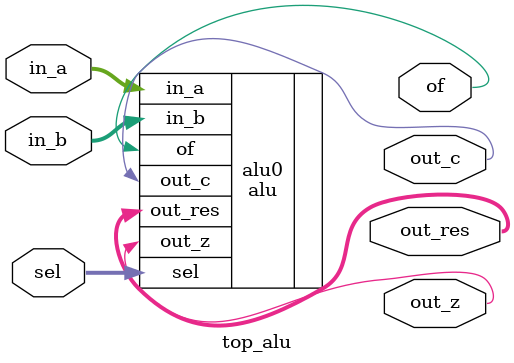
<source format=v>
	module top_alu(
		input [3:0] in_a,
		input [3:0] in_b,
		input [2:0] sel,
		output reg out_c,
		output reg out_z,
		output reg of,
		output reg [3:0] out_res
	);
	alu alu0(
		.in_a(in_a),
		.in_b(in_b),
		.sel(sel),
		.out_c(out_c),
		.out_z(out_z),
		.of(of),
		.out_res(out_res)
	);
	endmodule

</source>
